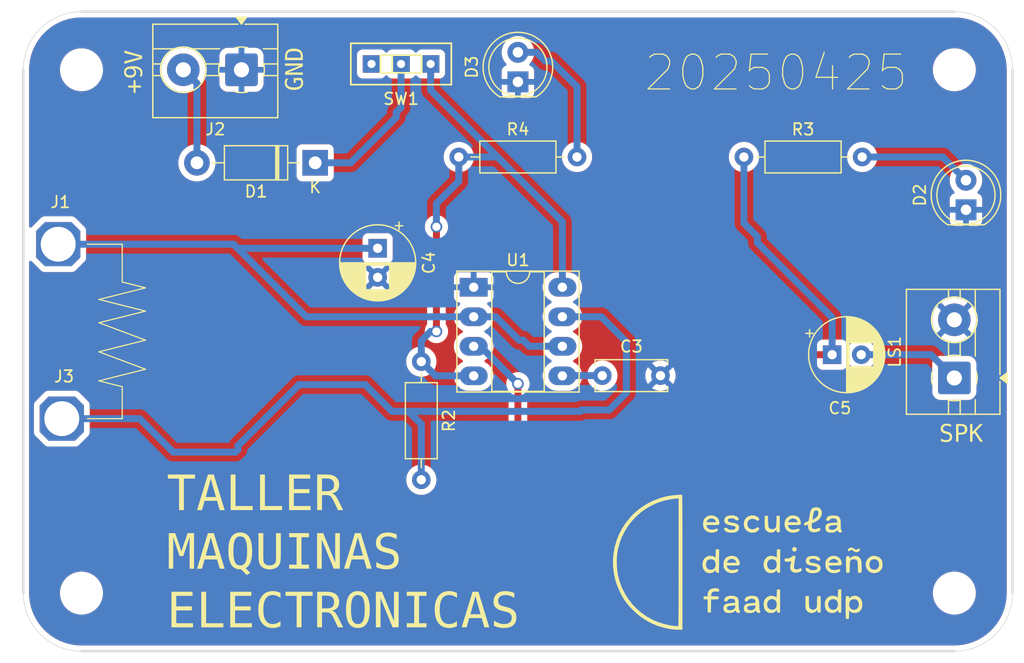
<source format=kicad_pcb>
(kicad_pcb (version 20240108) (generator "pcbnew") (generator_version "8.0")
  (layers (0 "F.Cu" signal) (31 "B.Cu" signal) (34 "B.Paste" user) (35 "F.Paste" user) (36 "B.SilkS" user "B.Silkscreen") (37 "F.SilkS" user "F.Silkscreen") (38 "B.Mask" user) (39 "F.Mask" user) (44 "Edge.Cuts" user))
  (net 0 "")
  (net 1 "Net-(U1-CV)")
  (net 2 "GND")
  (net 3 "Net-(J1-Pin_1)")
  (net 4 "Net-(U1-Q)")
  (net 5 "Net-(C5-Pad2)")
  (net 6 "Net-(D2-A)")
  (net 7 "Net-(D3-A)")
  (net 8 "VCC")
  (net 9 "Net-(J3-Pin_1)")
  (net 10 "Net-(D1-K)")
  (net 12 "+9V")
  (footprint "LED_THT:LED_D5.0mm" (layer "F.Cu") (at 131 67.04 90)
    (property "Reference" "D2" (at 1.27 -3.96 90) (layer "F.SilkS"))
    (property "Value" "LED")
    (pad "1" thru_hole rect (at 0 0 90) (size 1.8 1.8) (drill 0.9) (layers "*.Cu" "*.Mask") (net 2 "GND"))
    (pad "2" thru_hole circle (at 2.54 0 90) (size 1.8 1.8) (drill 0.9) (layers "*.Cu" "*.Mask") (net 6 "Net-(D2-A)"))
  )
  (footprint "modules_teee2025:caiman" (layer "F.Cu") (at 53.5 85)
    (property "Reference" "J3" (at 0 -3.63 0) (layer "F.SilkS"))
    (property "Value" "CAIMAN")
    (pad "1" thru_hole roundrect (at -0.19 0) (size 3.8 3.8) (drill 3) (layers "*.Cu" "*.Mask") (roundrect_rratio 0) (chamfer_ratio 0.2) (chamfer top_left top_right bottom_left bottom_right) (net 9 "Net-(J3-Pin_1)"))
  )
  (footprint "modules_teee2025:caiman" (layer "F.Cu") (at 53.19 70)
    (property "Reference" "J1" (at 0 -3.63 0) (layer "F.SilkS"))
    (property "Value" "CAIMAN")
    (pad "1" thru_hole roundrect (at -0.19 0) (size 3.8 3.8) (drill 3) (layers "*.Cu" "*.Mask") (roundrect_rratio 0) (chamfer_ratio 0.2) (chamfer top_left top_right bottom_left bottom_right) (net 3 "Net-(J1-Pin_1)"))
  )
  (footprint "TerminalBlock:TerminalBlock_MaiXu_MX126-5.0-02P_1x02_P5.00mm" (layer "F.Cu") (at 130 81.5 90)
    (property "Reference" "LS1" (at 2.25 -5.12 90) (layer "F.SilkS"))
    (property "Value" "SPK")
    (pad "1" thru_hole roundrect (at 0 0 90) (size 2.8 2.8) (drill 1.3) (layers "*.Cu" "*.Mask") (roundrect_rratio 0.089286) (net 5 "Net-(C5-Pad2)"))
    (pad "2" thru_hole circle (at 5 0 90) (size 2.8 2.8) (drill 1.3) (layers "*.Cu" "*.Mask") (net 2 "GND"))
  )
  (footprint "MountingHole:MountingHole_3.2mm_M3" (layer "F.Cu") (at 130 100)
    (property "Reference" "H4" (hide yes))
    (property "Value" "MountingHole")
    (pad "" np_thru_hole circle (at 0 0) (size 3.2 3.2) (drill 3.2) (layers "*.Cu" "*.Mask"))
  )
  (footprint "LED_THT:LED_D5.0mm" (layer "F.Cu") (at 92.5 56.04 90)
    (property "Reference" "D3" (at 1.27 -3.96 90) (layer "F.SilkS"))
    (property "Value" "LED")
    (pad "1" thru_hole rect (at 0 0 90) (size 1.8 1.8) (drill 0.9) (layers "*.Cu" "*.Mask") (net 2 "GND"))
    (pad "2" thru_hole circle (at 2.54 0 90) (size 1.8 1.8) (drill 0.9) (layers "*.Cu" "*.Mask") (net 7 "Net-(D3-A)"))
  )
  (footprint "Diode_THT:D_DO-41_SOD81_P10.16mm_Horizontal" (layer "F.Cu") (at 75.08 63 180)
    (property "Reference" "D1" (at 5.08 -2.47 0) (layer "F.SilkS"))
    (property "Value" "1n4007")
    (fp_text user "K" (at 0 -2.1 0) (layer "F.SilkS"))
    (pad "1" thru_hole rect (at 0 0 180) (size 2.2 2.2) (drill 1.1) (layers "*.Cu" "*.Mask") (net 10 "Net-(D1-K)"))
    (pad "2" thru_hole oval (at 10.16 0 180) (size 2.2 2.2) (drill 1.1) (layers "*.Cu" "*.Mask") (net 12 "+9V"))
  )
  (footprint "Package_DIP:DIP-8_W7.62mm_Socket_LongPads" (layer "F.Cu") (at 88.7 73.7)
    (property "Reference" "U1" (at 3.81 -2.33 0) (layer "F.SilkS"))
    (property "Value" "~")
    (pad "1" thru_hole rect (at 0 0) (size 2.4 1.6) (drill 0.8) (layers "*.Cu" "*.Mask") (net 2 "GND"))
    (pad "2" thru_hole oval (at 0 2.54) (size 2.4 1.6) (drill 0.8) (layers "*.Cu" "*.Mask") (net 3 "Net-(J1-Pin_1)"))
    (pad "3" thru_hole oval (at 0 5.08) (size 2.4 1.6) (drill 0.8) (layers "*.Cu" "*.Mask") (net 4 "Net-(U1-Q)"))
    (pad "4" thru_hole oval (at 0 7.62) (size 2.4 1.6) (drill 0.8) (layers "*.Cu" "*.Mask") (net 8 "VCC"))
    (pad "5" thru_hole oval (at 7.62 7.62) (size 2.4 1.6) (drill 0.8) (layers "*.Cu" "*.Mask") (net 1 "Net-(U1-CV)"))
    (pad "6" thru_hole oval (at 7.62 5.08) (size 2.4 1.6) (drill 0.8) (layers "*.Cu" "*.Mask") (net 3 "Net-(J1-Pin_1)"))
    (pad "7" thru_hole oval (at 7.62 2.54) (size 2.4 1.6) (drill 0.8) (layers "*.Cu" "*.Mask") (net 9 "Net-(J3-Pin_1)"))
    (pad "8" thru_hole oval (at 7.62 0) (size 2.4 1.6) (drill 0.8) (layers "*.Cu" "*.Mask") (net 8 "VCC"))
  )
  (footprint "Capacitor_THT:CP_Radial_D6.3mm_P2.50mm" (layer "F.Cu") (at 80.45 70.35 -90)
    (property "Reference" "C4" (at 1.25 -4.4 90) (layer "F.SilkS"))
    (property "Value" "1u")
    (pad "1" thru_hole rect (at 0 0 270) (size 1.6 1.6) (drill 0.8) (layers "*.Cu" "*.Mask") (net 3 "Net-(J1-Pin_1)"))
    (pad "2" thru_hole circle (at 2.5 0 270) (size 1.6 1.6) (drill 0.8) (layers "*.Cu" "*.Mask") (net 2 "GND"))
  )
  (footprint "modules_teee2025:SPDT_PCB_small_P2.5mm" (layer "F.Cu") (at 82.46 54.5)
    (property "Reference" "SW1" (at 0 3 0) (layer "F.SilkS"))
    (property "Value" "SW_SPDT")
    (pad "1" thru_hole rect (at -2.54 0) (size 1.5 1.5) (drill oval 0.7) (layers "*.Cu" "*.Mask"))
    (pad "2" thru_hole rect (at 0 0) (size 1.5 1.5) (drill oval 0.7) (layers "*.Cu" "*.Mask") (net 10 "Net-(D1-K)"))
    (pad "3" thru_hole rect (at 2.54 0) (size 1.5 1.5) (drill oval 0.7) (layers "*.Cu" "*.Mask") (net 8 "VCC"))
  )
  (footprint "teee_logos:disudp_logo_25mm" (layer "F.Cu") (at 112.252914 97.328999)
    (property "Reference" "G***" (hide yes))
    (property "Value" "LOGO" (hide yes))
  )
  (footprint "Resistor_THT:R_Axial_DIN0207_L6.3mm_D2.5mm_P10.16mm_Horizontal" (layer "F.Cu") (at 84.2 80.095 -90)
    (property "Reference" "R2" (at 5.08 -2.37 90) (layer "F.SilkS"))
    (property "Value" "1k")
    (pad "1" thru_hole circle (at 0 0 270) (size 1.6 1.6) (drill 0.8) (layers "*.Cu" "*.Mask") (net 8 "VCC"))
    (pad "2" thru_hole oval (at 10.16 0 270) (size 1.6 1.6) (drill 0.8) (layers "*.Cu" "*.Mask") (net 9 "Net-(J3-Pin_1)"))
  )
  (footprint "MountingHole:MountingHole_3.2mm_M3" (layer "F.Cu") (at 130 55)
    (property "Reference" "H2" (hide yes))
    (property "Value" "MountingHole")
    (pad "" np_thru_hole circle (at 0 0) (size 3.2 3.2) (drill 3.2) (layers "*.Cu" "*.Mask"))
  )
  (footprint "MountingHole:MountingHole_3.2mm_M3" (layer "F.Cu") (at 55 55)
    (property "Reference" "H1" (hide yes))
    (property "Value" "MountingHole")
    (pad "" np_thru_hole circle (at 0 0) (size 3.2 3.2) (drill 3.2) (layers "*.Cu" "*.Mask"))
  )
  (footprint "TerminalBlock:TerminalBlock_MaiXu_MX126-5.0-02P_1x02_P5.00mm" (layer "F.Cu") (at 68.75 55 180)
    (property "Reference" "J2" (at 2.25 -5.12 0) (layer "F.SilkS"))
    (property "Value" "TBLOCK_2")
    (pad "1" thru_hole roundrect (at 0 0 180) (size 2.8 2.8) (drill 1.3) (layers "*.Cu" "*.Mask") (roundrect_rratio 0.089286) (net 2 "GND"))
    (pad "2" thru_hole circle (at 5 0 180) (size 2.8 2.8) (drill 1.3) (layers "*.Cu" "*.Mask") (net 12 "+9V"))
  )
  (footprint "Resistor_THT:R_Axial_DIN0207_L6.3mm_D2.5mm_P10.16mm_Horizontal" (layer "F.Cu") (at 87.42 62.5)
    (property "Reference" "R4" (at 5.08 -2.37 0) (layer "F.SilkS"))
    (property "Value" "1k")
    (pad "1" thru_hole circle (at 0 0) (size 1.6 1.6) (drill 0.8) (layers "*.Cu" "*.Mask") (net 8 "VCC"))
    (pad "2" thru_hole oval (at 10.16 0) (size 1.6 1.6) (drill 0.8) (layers "*.Cu" "*.Mask") (net 7 "Net-(D3-A)"))
  )
  (footprint "Capacitor_THT:C_Disc_D6.0mm_W2.5mm_P5.00mm" (layer "F.Cu") (at 99.75 81.3)
    (property "Reference" "C3" (at 2.5 -2.5 0) (layer "F.SilkS"))
    (property "Value" "100n")
    (pad "1" thru_hole circle (at 0 0) (size 1.6 1.6) (drill 0.8) (layers "*.Cu" "*.Mask") (net 1 "Net-(U1-CV)"))
    (pad "2" thru_hole circle (at 5 0) (size 1.6 1.6) (drill 0.8) (layers "*.Cu" "*.Mask") (net 2 "GND"))
  )
  (footprint "Capacitor_THT:CP_Radial_D6.3mm_P2.50mm" (layer "F.Cu") (at 119.5 79.5)
    (property "Reference" "C5" (at 0.664759 4.6 0) (layer "F.SilkS"))
    (property "Value" "47u")
    (pad "1" thru_hole rect (at 0 0) (size 1.6 1.6) (drill 0.8) (layers "*.Cu" "*.Mask") (net 4 "Net-(U1-Q)"))
    (pad "2" thru_hole circle (at 2.5 0) (size 1.6 1.6) (drill 0.8) (layers "*.Cu" "*.Mask") (net 5 "Net-(C5-Pad2)"))
  )
  (footprint "MountingHole:MountingHole_3.2mm_M3" (layer "F.Cu") (at 55 100)
    (property "Reference" "H3" (hide yes))
    (property "Value" "MountingHole")
    (pad "" np_thru_hole circle (at 0 0) (size 3.2 3.2) (drill 3.2) (layers "*.Cu" "*.Mask"))
  )
  (footprint "Resistor_THT:R_Axial_DIN0207_L6.3mm_D2.5mm_P10.16mm_Horizontal" (layer "F.Cu") (at 111.92 62.5)
    (property "Reference" "R3" (at 5.08 -2.37 0) (layer "F.SilkS"))
    (property "Value" "1k")
    (pad "1" thru_hole circle (at 0 0) (size 1.6 1.6) (drill 0.8) (layers "*.Cu" "*.Mask") (net 4 "Net-(U1-Q)"))
    (pad "2" thru_hole oval (at 10.16 0) (size 1.6 1.6) (drill 0.8) (layers "*.Cu" "*.Mask") (net 6 "Net-(D2-A)"))
  )
  (gr_poly (pts (xy 101.836913 70.083302) (xy 101.861444 70.085361) (xy 101.873447 70.087139) (xy 101.885223 70.089416) (xy 101.896731 70.092194) (xy 101.907932 70.095475) (xy 101.918787 70.099258) (xy 101.929256 70.103546) (xy 101.939299 70.108338) (xy 101.948877 70.113637) (xy 101.95795 70.119444) (xy 101.966478 70.125758) (xy 101.974421 70.132582) (xy 101.981741 70.139917) (xy 101.998467 70.159883) (xy 102.014492 70.181995) (xy 102.029785 70.206131) (xy 102.044315 70.232166) (xy 102.058052 70.259978) (xy 102.070964 70.289443) (xy 102.08302 70.320438) (xy 102.094189 70.352841) (xy 102.104441 70.386527) (xy 102.113744 70.421373) (xy 102.122067 70.457257) (xy 102.129379 70.494054) (xy 102.135649 70.531642) (xy 102.140847 70.569897) (xy 102.144941 70.608697) (xy 102.1479 70.647917) (xy 102.149078 70.678113) (xy 102.150459 70.705307) (xy 102.152081 70.729661) (xy 102.152995 70.740824) (xy 102.153985 70.751337) (xy 102.155056 70.76122) (xy 102.156212 70.770494) (xy 102.157459 70.779179) (xy 102.158801 70.787295) (xy 102.160245 70.794862) (xy 102.161794 70.801901) (xy 102.163454 70.808431) (xy 102.16523 70.814473) (xy 102.167127 70.820046) (xy 102.169149 70.825172) (xy 102.171303 70.82987) (xy 102.173593 70.834159) (xy 102.176024 70.838062) (xy 102.178601 70.841597) (xy 102.181329 70.844784) (xy 102.184214 70.847645) (xy 102.187259 70.850199) (xy 102.190471 70.852465) (xy 102.193854 70.854466) (xy 102.197414 70.856219) (xy 102.201155 70.857746) (xy 102.205082 70.859068) (xy 102.209201 70.860203) (xy 102.213516 70.861172) (xy 102.221016 70.86195) (xy 102.228248 70.861887) (xy 102.231769 70.861534) (xy 102.235229 70.860962) (xy 102.23863 70.86017) (xy 102.241975 70.859154) (xy 102.245266 70.857912) (xy 102.248505 70.856441) (xy 102.251694 70.854737) (xy 102.254835 70.8528) (xy 102.25793 70.850625) (xy 102.260981 70.848211) (xy 102.266962 70.842651) (xy 102.272794 70.836099) (xy 102.278494 70.828533) (xy 102.28408 70.819931) (xy 102.289567 70.810273) (xy 102.294975 70.799535) (xy 102.300318 70.787696) (xy 102.305615 70.774735) (xy 102.310883 70.76063) (xy 102.321022 70.73498) (xy 102.332542 70.709171) (xy 102.359435 70.65733) (xy 102.390993 70.605617) (xy 102.426646 70.554544) (xy 102.465825 70.504622) (xy 102.507959 70.45636) (xy 102.552479 70.410271) (xy 102.598816 70.366864) (xy 102.646398 70.326651) (xy 102.694658 70.290142) (xy 102.743024 70.257848) (xy 102.790928 70.230281) (xy 102.837799 70.20795) (xy 102.860669 70.198908) (xy 102.883068 70.191367) (xy 102.904924 70.185391) (xy 102.926165 70.181043) (xy 102.946721 70.178388) (xy 102.96652 70.177488) (xy 102.978554 70.177788) (xy 102.990538 70.178682) (xy 103.002456 70.180155) (xy 103.014296 70.182198) (xy 103.026044 70.184798) (xy 103.037686 70.187942) (xy 103.049208 70.19162) (xy 103.060596 70.195819) (xy 103.071837 70.200527) (xy 103.082917 70.205733) (xy 103.093823 70.211424) (xy 103.10454 70.217588) (xy 103.115054 70.224214) (xy 103.125353 70.23129) (xy 103.145246 70.246743) (xy 103.16411 70.263851) (xy 103.181835 70.28252) (xy 103.19831 70.302655) (xy 103.213426 70.324158) (xy 103.227072 70.346936) (xy 103.23331 70.358773) (xy 103.239138 70.370893) (xy 103.244545 70.383284) (xy 103.249515 70.395934) (xy 103.254035 70.408831) (xy 103.258091 70.421963) (xy 103.267533 70.459333) (xy 103.275245 70.497357) (xy 103.281266 70.535933) (xy 103.285634 70.574958) (xy 103.288387 70.614331) (xy 103.289562 70.653949) (xy 103.2892 70.693709) (xy 103.287336 70.73351) (xy 103.284009 70.773249) (xy 103.279258 70.812823) (xy 103.273121 70.852131) (xy 103.265635 70.891069) (xy 103.256838 70.929537) (xy 103.24677 70.967431) (xy 103.235467 71.004648) (xy 103.222968 71.041088) (xy 103.20931 71.076647) (xy 103.194533 71.111223) (xy 103.178674 71.144714) (xy 103.161771 71.177018) (xy 103.143863 71.208031) (xy 103.124986 71.237653) (xy 103.10518 71.26578) (xy 103.084483 71.29231) (xy 103.062932 71.317141) (xy 103.040566 71.34017) (xy 103.017422 71.361296) (xy 102.99354 71.380416) (xy 102.968956 71.397427) (xy 102.943709 71.412228) (xy 102.917837 71.424716) (xy 102.891379 71.434788) (xy 102.862103 71.443718) (xy 102.836464 71.451755) (xy 102.814277 71.459047) (xy 102.804421 71.462461) (xy 102.79536 71.465745) (xy 102.787069 71.468917) (xy 102.779527 71.471995) (xy 102.77271 71.475) (xy 102.766595 71.477949) (xy 102.76116 71.48086) (xy 102.756382 71.483753) (xy 102.752237 71.486646) (xy 102.748702 71.489557) (xy 102.745755 71.492506) (xy 102.743373 71.49551) (xy 102.741532 71.498589) (xy 102.74021 71.501761) (xy 102.739383 71.505045) (xy 102.739029 71.508458) (xy 102.739125 71.512021) (xy 102.739648 71.515751) (xy 102.740575 71.519667) (xy 102.741883 71.523788) (xy 102.743548 71.528131) (xy 102.745549 71.532717) (xy 102.750463 71.542689) (xy 102.756441 71.553851) (xy 102.769577 71.572643) (xy 102.79185 71.595669) (xy 102.822265 71.622314) (xy 102.859827 71.651962) (xy 102.903541 71.683997) (xy 102.95241 71.717804) (xy 103.061638 71.788272) (xy 103.179547 71.858442) (xy 103.298175 71.923391) (xy 103.355271 71.952369) (xy 103.409561 71.978195) (xy 103.460049 72.000254) (xy 103.505741 72.01793) (xy 103.58921 72.045667) (xy 103.676307 72.068751) (xy 103.76704 72.08718) (xy 103.861415 72.100951) (xy 103.95944 72.110061) (xy 104.061121 72.11451) (xy 104.166466 72.114293) (xy 104.27548 72.109409) (xy 104.388172 72.099856) (xy 104.504548 72.085631) (xy 104.624616 72.066732) (xy 104.748381 72.043156) (xy 104.875852 72.014902) (xy 105.007035 71.981966) (xy 105.141938 71.944347) (xy 105.280566 71.902043) (xy 105.362326 71.876984) (xy 105.439693 71.85477) (xy 105.513211 71.835366) (xy 105.583423 71.81874) (xy 105.650872 71.804857) (xy 105.716102 71.793686) (xy 105.779656 71.785191) (xy 105.842078 71.779341) (xy 105.90391 71.776102) (xy 105.965697 71.77544) (xy 106.027981 71.777322) (xy 106.091307 71.781714) (xy 106.156217 71.788584) (xy 106.223254 71.797898) (xy 106.292963 71.809623) (xy 106.365886 71.823725) (xy 106.44878 71.835946) (xy 106.568359 71.846976) (xy 106.947838 71.866456) (xy 107.564847 71.88415) (xy 108.479908 71.902043) (xy 109.28883 71.915207) (xy 109.618526 71.922206) (xy 109.905019 71.930468) (xy 110.153288 71.940734) (xy 110.368313 71.953741) (xy 110.555072 71.970231) (xy 110.639409 71.980013) (xy 110.718547 71.990942) (xy 110.793108 72.003112) (xy 110.863715 72.016614) (xy 110.930991 72.031542) (xy 110.995557 72.047987) (xy 111.058037 72.066042) (xy 111.119052 72.085799) (xy 111.179226 72.107351) (xy 111.23918 72.130791) (xy 111.360921 72.183702) (xy 111.489253 72.245271) (xy 111.785611 72.397342) (xy 111.915586 72.466663) (xy 112.042033 72.537002) (xy 112.164719 72.608197) (xy 112.283417 72.68009) (xy 112.397894 72.752519) (xy 112.507921 72.825325) (xy 112.613268 72.898345) (xy 112.713704 72.971421) (xy 112.808999 73.044392) (xy 112.898924 73.117096) (xy 112.983247 73.189374) (xy 113.061739 73.261066) (xy 113.134169 73.33201) (xy 113.200307 73.402046) (xy 113.259924 73.471015) (xy 113.312788 73.538754) (xy 113.331875 73.565631) (xy 113.349321 73.591071) (xy 113.365236 73.615337) (xy 113.379728 73.638693) (xy 113.392905 73.6614) (xy 113.404875 73.683722) (xy 113.415748 73.705922) (xy 113.425632 73.728262) (xy 113.434636 73.751005) (xy 113.442867 73.774414) (xy 113.450435 73.798752) (xy 113.457448 73.824281) (xy 113.464014 73.851264) (xy 113.470243 73.879964) (xy 113.476241 73.910644) (xy 113.482119 73.943566) (xy 113.489095 73.988314) (xy 113.49474 74.033088) (xy 113.49905 74.077925) (xy 113.502021 74.122863) (xy 113.50365 74.167941) (xy 113.503932 74.213197) (xy 113.502864 74.258668) (xy 113.500442 74.304392) (xy 113.496662 74.350408) (xy 113.49152 74.396754) (xy 113.485012 74.443466) (xy 113.477134 74.490584) (xy 113.467883 74.538146) (xy 113.457254 74.586189) (xy 113.445244 74.634751) (xy 113.431849 74.68387) (xy 113.424469 74.710981) (xy 113.417728 74.73486) (xy 113.411509 74.755649) (xy 113.408559 74.764929) (xy 113.405696 74.77349) (xy 113.402905 74.78135) (xy 113.400172 74.788525) (xy 113.397481 74.795035) (xy 113.394818 74.800896) (xy 113.392169 74.806127) (xy 113.389519 74.810745) (xy 113.386854 74.814768) (xy 113.384158 74.818213) (xy 113.381417 74.821099) (xy 113.378616 74.823443) (xy 113.375741 74.825262) (xy 113.372778 74.826575) (xy 113.36971 74.8274) (xy 113.366525 74.827753) (xy 113.363207 74.827653) (xy 113.359742 74.827118) (xy 113.356114 74.826165) (xy 113.35231 74.824811) (xy 113.348315 74.823076) (xy 113.344114 74.820975) (xy 113.339692 74.818528) (xy 113.335035 74.815752) (xy 113.324957 74.809283) (xy 113.315184 74.803878) (xy 113.305588 74.799403) (xy 113.295983 74.79591) (xy 113.286187 74.793449) (xy 113.276016 74.79207) (xy 113.265286 74.791824) (xy 113.253814 74.79276) (xy 113.241415 74.794929) (xy 113.227906 74.798383) (xy 113.213104 74.80317) (xy 113.196824 74.809341) (xy 113.178882 74.816948) (xy 113.159097 74.826039) (xy 113.137282 74.836667) (xy 113.086833 74.862729) (xy 113.017325 74.902655) (xy 112.948998 74.948969) (xy 112.882305 75.001016) (xy 112.817694 75.058141) (xy 112.755616 75.119686) (xy 112.696522 75.184998) (xy 112.640862 75.253419) (xy 112.589086 75.324295) (xy 112.541644 75.396969) (xy 112.498988 75.470785) (xy 112.461567 75.545088) (xy 112.429831 75.619222) (xy 112.404232 75.692532) (xy 112.385219 75.76436) (xy 112.373243 75.834053) (xy 112.370034 75.867893) (xy 112.368753 75.900953) (xy 112.368753 76.057587) (xy 112.635453 76.057587) (xy 112.689737 76.058847) (xy 112.715693 76.059975) (xy 112.740859 76.061437) (xy 112.765231 76.063233) (xy 112.788809 76.065362) (xy 112.811591 76.067827) (xy 112.833576 76.070626) (xy 112.854763 76.073762) (xy 112.87515 76.077233) (xy 112.894736 76.081041) (xy 112.91352 76.085186) (xy 112.9315 76.089668) (xy 112.948674 76.094489) (xy 112.965042 76.099648) (xy 112.980602 76.105146) (xy 112.995353 76.110984) (xy 113.009293 76.117162) (xy 113.022422 76.12368) (xy 113.034737 76.130539) (xy 113.046237 76.13774) (xy 113.056921 76.145282) (xy 113.066788 76.153167) (xy 113.075836 76.161395) (xy 113.084064 76.169966) (xy 113.091471 76.178881) (xy 113.098054 76.188141) (xy 113.103814 76.197745) (xy 113.108748 76.207695) (xy 113.112855 76.21799) (xy 113.116134 76.228632) (xy 113.118583 76.23962) (xy 113.122268 76.262899) (xy 113.126139 76.303113) (xy 113.134192 76.425689) (xy 113.142246 76.590037) (xy 113.149803 76.778841) (xy 113.159081 76.974207) (xy 113.174715 77.188053) (xy 113.19567 77.412068) (xy 113.22091 77.637944) (xy 113.249399 77.85737) (xy 113.280102 78.062038) (xy 113.311983 78.243637) (xy 113.344006 78.393859) (xy 113.358408 78.455462) (xy 113.371061 78.512233) (xy 113.38198 78.564399) (xy 113.391177 78.612189) (xy 113.398666 78.65583) (xy 113.40446 78.695551) (xy 113.408571 78.731579) (xy 113.411013 78.764142) (xy 113.411613 78.779196) (xy 113.4118 78.793468) (xy 113.411577 78.806989) (xy 113.410944 78.819785) (xy 113.409904 78.831886) (xy 113.408459 78.843321) (xy 113.406609 78.854117) (xy 113.404357 78.864303) (xy 113.401705 78.873908) (xy 113.398653 78.88296) (xy 113.395204 78.891488) (xy 113.391359 78.899519) (xy 113.387119 78.907084) (xy 113.382488 78.914209) (xy 113.377465 78.920924) (xy 113.372053 78.927257) (xy 113.365337 78.934944) (xy 113.359279 78.942766) (xy 113.353881 78.950781) (xy 113.349141 78.959049) (xy 113.345063 78.967631) (xy 113.341645 78.976585) (xy 113.33889 78.985972) (xy 113.336797 78.995851) (xy 113.335367 79.006282) (xy 113.334602 79.017325) (xy 113.334503 79.029039) (xy 113.335068 79.041484) (xy 113.336301 79.054719) (xy 113.338201 79.068805) (xy 113.340769 79.083801) (xy 113.344006 79.099767) (xy 113.365704 79.215654) (xy 113.149275 79.193958) (xy 113.10538 79.189088) (xy 113.063624 79.184069) (xy 113.024956 79.179001) (xy 112.990326 79.173982) (xy 112.960681 79.169112) (xy 112.936971 79.16449) (xy 112.927638 79.162303) (xy 112.920144 79.160216) (xy 112.914608 79.15824) (xy 112.911149 79.156388) (xy 112.906935 79.153483) (xy 112.903118 79.149563) (xy 112.899695 79.144677) (xy 112.896659 79.138874) (xy 112.891732 79.124712) (xy 112.888297 79.107464) (xy 112.886312 79.087523) (xy 112.885738 79.065277) (xy 112.886534 79.041116) (xy 112.888661 79.015431) (xy 112.892077 78.98861) (xy 112.896743 78.961045) (xy 112.902618 78.933125) (xy 112.909662 78.90524) (xy 112.917835 78.877779) (xy 112.927096 78.851133) (xy 112.937404 78.825692) (xy 112.948721 78.801845) (xy 112.961448 78.775688) (xy 112.97265 78.748835) (xy 112.982341 78.721021) (xy 112.990533 78.691985) (xy 112.997241 78.661465) (xy 113.002476 78.629196) (xy 113.006252 78.594916) (xy 113.008583 78.558363) (xy 113.009481 78.519274) (xy 113.00896 78.477385) (xy 113.007033 78.432435) (xy 113.003713 78.38416) (xy 112.992947 78.276585) (xy 112.976767 78.152559) (xy 112.955516 78.022249) (xy 112.926124 77.874358) (xy 112.890716 77.716855) (xy 112.851421 77.557709) (xy 112.810364 77.404888) (xy 112.769673 77.266361) (xy 112.731475 77.150097) (xy 112.713976 77.102803) (xy 112.697897 77.064063) (xy 112.682075 77.032555) (xy 112.666127 77.003767) (xy 112.649703 76.977477) (xy 112.632454 76.953467) (xy 112.614029 76.931515) (xy 112.59408 76.911402) (xy 112.572256 76.892908) (xy 112.548209 76.875812) (xy 112.521588 76.859894) (xy 112.492044 76.844934) (xy 112.459227 76.830712) (xy 112.422788 76.817008) (xy 112.382377 76.803602) (xy 112.337645 76.790273) (xy 112.288242 76.776801) (xy 112.233818 76.762967) (xy 112.176742 76.748646) (xy 112.126538 76.736258) (xy 112.082869 76.725827) (xy 112.045402 76.717376) (xy 112.028889 76.713899) (xy 112.013801 76.710927) (xy 112.000095 76.708461) (xy 111.987731 76.706505) (xy 111.976666 76.705061) (xy 111.966858 76.704132) (xy 111.958265 76.703721) (xy 111.950846 76.703832) (xy 111.944559 76.704466) (xy 111.939362 76.705628) (xy 111.937159 76.706407) (xy 111.935212 76.707319) (xy 111.933518 76.708364) (xy 111.932069 76.709543) (xy 111.930862 76.710856) (xy 111.92989 76.712303) (xy 111.929149 76.713884) (xy 111.928634 76.715601) (xy 111.928338 76.717453) (xy 111.928258 76.71944) (xy 111.928721 76.723824) (xy 111.92998 76.728755) (xy 111.931995 76.734237) (xy 111.934722 76.740271) (xy 111.938121 76.746862) (xy 111.94215 76.754011) (xy 111.946766 76.761722) (xy 111.957593 76.778841) (xy 111.962866 76.786801) (xy 111.967957 76.795343) (xy 111.972843 76.804377) (xy 111.977502 76.813816) (xy 111.981914 76.823571) (xy 111.986056 76.833555) (xy 111.989906 76.843677) (xy 111.993444 76.853851) (xy 111.996646 76.863988) (xy 111.999492 76.873999) (xy 112.00196 76.883796) (xy 112.004027 76.893291) (xy 112.005673 76.902395) (xy 112.006876 76.911019) (xy 112.007613 76.919077) (xy 112.007864 76.926479) (xy 112.005993 76.950409) (xy 112.00039 76.978717) (xy 111.991068 77.011367) (xy 111.97804 77.048319) (xy 111.96132 77.089539) (xy 111.940919 77.134987) (xy 111.889132 77.238423) (xy 111.822785 77.358329) (xy 111.741982 77.494407) (xy 111.646831 77.646361) (xy 111.537435 77.813892) (xy 111.425026 77.987663) (xy 111.373633 78.069683) (xy 111.325553 78.148275) (xy 111.280865 78.223302) (xy 111.239649 78.294625) (xy 111.201982 78.362106) (xy 111.167944 78.425608) (xy 111.137615 78.484992) (xy 111.111074 78.540121) (xy 111.088398 78.590856) (xy 111.069668 78.637059) (xy 111.054963 78.678594) (xy 111.044361 78.71532) (xy 111.037942 78.747102) (xy 111.036326 78.761094) (xy 111.035785 78.773799) (xy 111.035014 78.795391) (xy 111.032739 78.817743) (xy 111.029019 78.840773) (xy 111.023915 78.864399) (xy 111.017485 78.888538) (xy 111.009788 78.913108) (xy 111.000883 78.938025) (xy 110.990831 78.963208) (xy 110.967517 79.014041) (xy 110.940321 79.064945) (xy 110.909716 79.11526) (xy 110.876175 79.164325) (xy 110.840172 79.21148) (xy 110.802181 79.256065) (xy 110.762676 79.297419) (xy 110.722129 79.334882) (xy 110.701613 79.351948) (xy 110.681015 79.367793) (xy 110.660393 79.382336) (xy 110.639807 79.395492) (xy 110.619316 79.407181) (xy 110.59898 79.417319) (xy 110.578856 79.425824) (xy 110.559005 79.432613) (xy 110.535659 79.438969) (xy 110.510716 79.443977) (xy 110.484553 79.447677) (xy 110.457546 79.450108) (xy 110.430071 79.451311) (xy 110.402504 79.451327) (xy 110.37522 79.450196) (xy 110.348596 79.447958) (xy 110.323007 79.444653) (xy 110.29883 79.440322) (xy 110.276441 79.435005) (xy 110.256215 79.428743) (xy 110.238528 79.421575) (xy 110.230754 79.417664) (xy 110.223757 79.413542) (xy 110.217582 79.409214) (xy 110.212277 79.404685) (xy 110.207888 79.399959) (xy 110.204464 79.395043) (xy 110.20341 79.393364) (xy 110.202627 79.391313) (xy 110.201854 79.386141) (xy 110.202102 79.379624) (xy 110.203331 79.371858) (xy 110.2055 79.362938) (xy 110.208566 79.35296) (xy 110.21249 79.342022) (xy 110.21723 79.330219) (xy 110.222746 79.317646) (xy 110.228995 79.304401) (xy 110.235937 79.290579) (xy 110.243531 79.276277) (xy 110.251736 79.26159) (xy 110.260511 79.246615) (xy 110.269815 79.231447) (xy 110.279605 79.216184) (xy 110.302511 79.180012) (xy 110.323995 79.144546) (xy 110.34405 79.109824) (xy 110.362668 79.07588) (xy 110.379841 79.042751) (xy 110.395561 79.010475) (xy 110.409821 78.979087) (xy 110.422613 78.948623) (xy 110.433928 78.919121) (xy 110.443761 78.890616) (xy 110.452101 78.863146) (xy 110.458943 78.836746) (xy 110.464278 78.811453) (xy 110.468098 78.787303) (xy 110.470396 78.764332) (xy 110.471164 78.742578) (xy 110.471501 78.730886) (xy 110.472526 78.719409) (xy 110.474254 78.708127) (xy 110.476703 78.697021) (xy 110.47989 78.686069) (xy 110.483833 78.675253) (xy 110.488547 78.664551) (xy 110.49405 78.653943) (xy 110.50036 78.64341) (xy 110.507492 78.632932) (xy 110.515465 78.622487) (xy 110.524295 78.612056) (xy 110.534 78.601619) (xy 110.544596 78.591156) (xy 110.556101 78.580646) (xy 110.568531 78.57007) (xy 110.588471 78.553959) (xy 110.607896 78.538809) (xy 110.626341 78.524985) (xy 110.635051 78.518686) (xy 110.643342 78.512855) (xy 110.651155 78.507539) (xy 110.658432 78.502783) (xy 110.665116 78.498633) (xy 110.671148 78.495136) (xy 110.67647 78.492336) (xy 110.681023 78.490279) (xy 110.684751 78.489012) (xy 110.686286 78.488688) (xy 110.687593 78.488579) (xy 110.691935 78.486695) (xy 110.698418 78.481187) (xy 110.71726 78.460148) (xy 110.774608 78.383961) (xy 110.850858 78.27368) (xy 110.937227 78.142967) (xy 111.024936 78.005482) (xy 111.105204 77.874886) (xy 111.16925 77.764841) (xy 111.192445 77.721794) (xy 111.208292 77.689008) (xy 111.213582 77.675213) (xy 111.21891 77.659737) (xy 111.229534 77.624408) (xy 111.239872 77.584354) (xy 111.249634 77.540908) (xy 111.258527 77.495402) (xy 111.266261 77.449172) (xy 111.272544 77.403549) (xy 111.277084 77.359867) (xy 111.279664 77.32929) (xy 111.281624 77.30089) (xy 111.282929 77.274415) (xy 111.283541 77.24961) (xy 111.283425 77.226222) (xy 111.282544 77.203997) (xy 111.280861 77.182683) (xy 111.27834 77.162025) (xy 111.274945 77.14177) (xy 111.27064 77.121664) (xy 111.265387 77.101455) (xy 111.25915 77.080888) (xy 111.251893 77.059711) (xy 111.24358 77.03767) (xy 111.234173 77.01451) (xy 111.223638 76.98998) (xy 111.212634 76.965634) (xy 111.201715 76.943053) (xy 111.190677 76.922016) (xy 111.17932 76.902303) (xy 111.167442 76.883694) (xy 111.154842 76.865968) (xy 111.141318 76.848906) (xy 111.126668 76.832288) (xy 111.110692 76.815892) (xy 111.093186 76.7995) (xy 111.073951 76.782891) (xy 111.052784 76.765844) (xy 111.029483 76.74814) (xy 111.003848 76.729559) (xy 110.975677 76.70988) (xy 110.944767 76.688883) (xy 110.888009 76.647566) (xy 110.85922 76.624818) (xy 110.82993 76.600438) (xy 110.769159 76.546055) (xy 110.704327 76.482971) (xy 110.634062 76.409743) (xy 110.556995 76.324924) (xy 110.471755 76.22707) (xy 110.376971 76.114737) (xy 110.013434 75.68188) (xy 109.721863 75.694579) (xy 109.650308 75.695659) (xy 109.560286 75.694289) (xy 109.455405 75.6907) (xy 109.339276 75.68512) (xy 109.087707 75.668907) (xy 108.834451 75.647484) (xy 108.660531 75.631869) (xy 108.518522 75.620297) (xy 108.457783 75.616005) (xy 108.40298 75.612695) (xy 108.353433 75.610358) (xy 108.30846 75.608986) (xy 108.267382 75.608569) (xy 108.229517 75.609098) (xy 108.194186 75.610563) (xy 108.160707 75.612955) (xy 108.1284 75.616265) (xy 108.096585 75.620483) (xy 108.06458 75.625601) (xy 108.031706 75.631608) (xy 107.977886 75.640174) (xy 107.90545 75.649038) (xy 107.81756 75.657951) (xy 107.71738 75.666666) (xy 107.492798 75.682508) (xy 107.257005 75.694579) (xy 107.0869 75.701404) (xy 107.015196 75.704723) (xy 106.951453 75.708106) (xy 106.894969 75.71165) (xy 106.84504 75.715452) (xy 106.800963 75.719608) (xy 106.762036 75.724212) (xy 106.727555 75.729363) (xy 106.696817 75.735155) (xy 106.669119 75.741686) (xy 106.643759 75.74905) (xy 106.620032 75.757345) (xy 106.597237 75.766665) (xy 106.574669 75.777109) (xy 106.551626 75.788771) (xy 106.513511 75.809384) (xy 106.477882 75.830027) (xy 106.444647 75.850816) (xy 106.413712 75.871867) (xy 106.384985 75.893296) (xy 106.358373 75.915219) (xy 106.333782 75.937753) (xy 106.31112 75.961015) (xy 106.290293 75.98512) (xy 106.271209 76.010184) (xy 106.253775 76.036324) (xy 106.237897 76.063657) (xy 106.223482 76.092298) (xy 106.210438 76.122363) (xy 106.198671 76.15397) (xy 106.188089 76.187234) (xy 106.182904 76.204156) (xy 106.176924 76.221882) (xy 106.170219 76.240258) (xy 106.162863 76.259134) (xy 106.154926 76.278357) (xy 106.146482 76.297776) (xy 106.12836 76.336591) (xy 106.109071 76.374364) (xy 106.099169 76.39248) (xy 106.089193 76.40988) (xy 106.079213 76.426412) (xy 106.069303 76.441924) (xy 106.059533 76.456264) (xy 106.049977 76.46928) (xy 106.03068 76.495651) (xy 106.01385 76.519616) (xy 105.999457 76.541498) (xy 105.987477 76.561619) (xy 105.982382 76.571119) (xy 105.977881 76.580301) (xy 105.973968 76.589203) (xy 105.970642 76.597866) (xy 105.967898 76.606332) (xy 105.965733 76.614639) (xy 105.964144 76.622828) (xy 105.963127 76.630939) (xy 105.962679 76.639014) (xy 105.962797 76.647091) (xy 105.963477 76.655212) (xy 105.964715 76.663417) (xy 105.966509 76.671746) (xy 105.968855 76.680239) (xy 105.97175 76.688936) (xy 105.97519 76.697879) (xy 105.979172 76.707107) (xy 105.983692 76.71666) (xy 105.994334 76.736905) (xy 106.007089 76.758936) (xy 106.02193 76.783075) (xy 106.087547 76.889968) (xy 106.341547 76.886791) (xy 106.395148 76.887379) (xy 106.448985 76.889114) (xy 106.501556 76.891954) (xy 106.551362 76.895853) (xy 106.596901 76.90077) (xy 106.617602 76.903596) (xy 106.636674 76.90666) (xy 106.653928 76.909957) (xy 106.669178 76.91348) (xy 106.682236 76.917226) (xy 106.692914 76.921187) (xy 106.715185 76.930025) (xy 106.739418 76.941042) (xy 106.765143 76.953909) (xy 106.791893 76.9683) (xy 106.819197 76.983888) (xy 106.846588 77.000346) (xy 106.873596 77.017346) (xy 106.899751 77.034562) (xy 106.924586 77.051666) (xy 106.947632 77.068331) (xy 106.968418 77.08423) (xy 106.986477 77.099037) (xy 107.001339 77.112424) (xy 107.012535 77.124063) (xy 107.016612 77.129125) (xy 107.019597 77.133628) (xy 107.02143 77.13753) (xy 107.022055 77.140792) (xy 107.021781 77.142008) (xy 107.020969 77.143274) (xy 107.017781 77.145941) (xy 107.012598 77.148765) (xy 107.005527 77.151722) (xy 106.996672 77.154784) (xy 106.986141 77.157925) (xy 106.960473 77.16434) (xy 106.929374 77.170754) (xy 106.893691 77.176957) (xy 106.854276 77.182739) (xy 106.811976 77.187888) (xy 106.787881 77.19052) (xy 106.763879 77.193637) (xy 106.740061 77.197219) (xy 106.71652 77.201241) (xy 106.693347 77.205682) (xy 106.670636 77.210519) (xy 106.648478 77.21573) (xy 106.626967 77.221292) (xy 106.606192 77.227182) (xy 106.586249 77.233379) (xy 106.567227 77.239859) (xy 106.54922 77.246601) (xy 106.532321 77.253581) (xy 106.51662 77.260778) (xy 106.502211 77.268168) (xy 106.489185 77.27573) (xy 106.47541 77.28414) (xy 106.461261 77.291919) (xy 106.446725 77.299077) (xy 106.431787 77.305627) (xy 106.416434 77.311583) (xy 106.400651 77.316955) (xy 106.384425 77.321756) (xy 106.367741 77.326) (xy 106.350587 77.329698) (xy 106.332947 77.332863) (xy 106.314807 77.335506) (xy 106.296155 77.337641) (xy 106.276976 77.339281) (xy 106.257255 77.340436) (xy 106.236979 77.34112) (xy 106.216135 77.341345) (xy 106.191304 77.341146) (xy 106.168446 77.340492) (xy 106.147327 77.339301) (xy 106.127714 77.337492) (xy 106.109373 77.334983) (xy 106.092068 77.33169) (xy 106.075566 77.327532) (xy 106.059634 77.322428) (xy 106.044036 77.316293) (xy 106.028539 77.309047) (xy 106.012909 77.300608) (xy 105.996911 77.290892) (xy 105.980312 77.279819) (xy 105.962877 77.267305) (xy 105.944373 77.253269) (xy 105.924564 77.237628) (xy 105.910597 77.226808) (xy 105.896911 77.216597) (xy 105.883567 77.207033) (xy 105.870622 77.198157) (xy 105.858137 77.190005) (xy 105.846169 77.182619) (xy 105.834778 77.176035) (xy 105.824023 77.170293) (xy 105.813962 77.165431) (xy 105.804654 77.161489) (xy 105.796159 77.158505) (xy 105.792235 77.157384) (xy 105.788535 77.156517) (xy 105.785069 77.15591) (xy 105.781842 77.155566) (xy 105.778862 77.15549) (xy 105.776137 77.155688) (xy 105.773674 77.156164) (xy 105.771481 77.156924) (xy 105.769564 77.157971) (xy 105.767931 77.159311) (xy 105.764378 77.164181) (xy 105.759721 77.172894) (xy 105.747393 77.201) (xy 105.731542 77.24193) (xy 105.712765 77.293985) (xy 105.691656 77.355466) (xy 105.668811 77.424673) (xy 105.620293 77.57947) (xy 105.582811 77.706907) (xy 105.55409 77.811072) (xy 105.542637 77.857433) (xy 105.532922 77.901582) (xy 105.524793 77.944721) (xy 105.518098 77.988054) (xy 105.512687 78.032782) (xy 105.508409 78.080107) (xy 105.505112 78.131232) (xy 105.502645 78.18736) (xy 105.499597 78.319429) (xy 105.498056 78.485933) (xy 105.496532 78.623347) (xy 105.495478 78.682717) (xy 105.494195 78.73623) (xy 105.492654 78.784161) (xy 105.490829 78.826787) (xy 105.488692 78.864385) (xy 105.486216 78.897229) (xy 105.483374 78.925595) (xy 105.48014 78.949761) (xy 105.478366 78.960354) (xy 105.476485 78.970001) (xy 105.474492 78.978735) (xy 105.472383 78.986591) (xy 105.470156 78.993605) (xy 105.467807 78.999809) (xy 105.465332 79.005238) (xy 105.462729 79.009928) (xy 105.459993 79.013913) (xy 105.457122 79.017226) (xy 105.454112 79.019904) (xy 105.45096 79.021979) (xy 105.436382 79.02784) (xy 105.412521 79.03563) (xy 105.380611 79.044945) (xy 105.341886 79.055383) (xy 105.297579 79.06654) (xy 105.248926 79.078013) (xy 105.19716 79.0894) (xy 105.143514 79.100296) (xy 105.104847 79.108054) (xy 105.069873 79.114856) (xy 105.03839 79.120704) (xy 105.010197 79.125596) (xy 104.985092 79.129534) (xy 104.973635 79.131145) (xy 104.962874 79.132517) (xy 104.952784 79.13365) (xy 104.943341 79.134544) (xy 104.934518 79.1352) (xy 104.926291 79.135617) (xy 104.918635 79.135795) (xy 104.911523 79.135735) (xy 104.904932 79.135436) (xy 104.898836 79.134898) (xy 104.89321 79.134121) (xy 104.888028 79.133106) (xy 104.883266 79.131852) (xy 104.878897 79.130359) (xy 104.874898 79.128627) (xy 104.871243 79.126657) (xy 104.867906 79.124448) (xy 104.864862 79.122) (xy 104.862087 79.119313) (xy 104.859555 79.116388) (xy 104.85724 79.113224) (xy 104.855118 79.109821) (xy 104.851527 79.103875) (xy 104.848392 79.097749) (xy 104.845711 79.091448) (xy 104.84348 79.084979) (xy 104.841696 79.078347) (xy 104.840358 79.071558) (xy 104.839461 79.064618) (xy 104.839003 79.057532) (xy 104.838982 79.050307) (xy 104.839395 79.042949) (xy 104.840238 79.035462) (xy 104.84151 79.027854) (xy 104.843206 79.020129) (xy 104.845325 79.012293) (xy 104.850819 78.996315) (xy 104.857968 78.979964) (xy 104.866751 78.963287) (xy 104.877144 78.946332) (xy 104.889125 78.929144) (xy 104.902673 78.91177) (xy 104.917763 78.894256) (xy 104.934375 78.87665) (xy 104.952485 78.858997) (xy 104.961933 78.850514) (xy 104.971389 78.84159) (xy 104.980801 78.832302) (xy 104.990114 78.822731) (xy 104.999275 78.812956) (xy 105.00823 78.803055) (xy 105.016927 78.793107) (xy 105.025311 78.783192) (xy 105.03333 78.773389) (xy 105.040929 78.763777) (xy 105.048055 78.754434) (xy 105.054655 78.74544) (xy 105.060675 78.736873) (xy 105.066062 78.728814) (xy 105.070762 78.721341) (xy 105.074722 78.714533) (xy 105.082957 78.696787) (xy 105.091186 78.674116) (xy 105.107613 78.614041) (xy 105.123966 78.534395) (xy 105.140207 78.435265) (xy 105.156299 78.316738) (xy 105.172205 78.1789) (xy 105.187888 78.021839) (xy 105.20331 77.845641) (xy 105.212711 77.757295) (xy 105.224344 77.663244) (xy 105.237764 77.566365) (xy 105.252523 77.469536) (xy 105.268174 77.375634) (xy 105.284273 77.287536) (xy 105.300371 77.20812) (xy 105.316023 77.140262) (xy 105.324037 77.10966) (xy 105.331593 77.079103) (xy 105.345235 77.018893) (xy 105.356755 76.961175) (xy 105.365963 76.907495) (xy 105.372665 76.859395) (xy 105.375017 76.837921) (xy 105.37667 76.818421) (xy 105.377601 76.801089) (xy 105.377785 76.786116) (xy 105.377199 76.773697) (xy 105.375819 76.764025) (xy 105.373438 76.755254) (xy 105.369724 76.745482) (xy 105.364755 76.734809) (xy 105.358612 76.723337) (xy 105.351375 76.711167) (xy 105.343123 76.698401) (xy 105.333936 76.68514) (xy 105.323894 76.671487) (xy 105.313077 76.657542) (xy 105.301565 76.643407) (xy 105.289437 76.629184) (xy 105.276773 76.614974) (xy 105.263654 76.600878) (xy 105.250159 76.586999) (xy 105.236368 76.573437) (xy 105.22236 76.560295) (xy 105.202759 76.541444) (xy 105.184962 76.523662) (xy 105.168862 76.506765) (xy 105.154354 76.490569) (xy 105.141331 76.474892) (xy 105.129687 76.459548) (xy 105.119316 76.444355) (xy 105.110111 76.429128) (xy 105.101966 76.413685) (xy 105.094776 76.39784) (xy 105.088434 76.381412) (xy 105.082834 76.364215) (xy 105.077869 76.346066) (xy 105.073434 76.326781) (xy 105.069422 76.306178) (xy 105.065727 76.284071) (xy 105.060122 76.243517) (xy 105.056208 76.204193) (xy 105.053991 76.166075) (xy 105.053474 76.12914) (xy 105.054662 76.093365) (xy 105.05756 76.058726) (xy 105.062173 76.0252) (xy 105.068505 75.992764) (xy 105.076561 75.961395) (xy 105.086346 75.931069) (xy 105.097864 75.901763) (xy 105.11112 75.873454) (xy 105.126118 75.846118) (xy 105.142864 75.819733) (xy 105.161361 75.794275) (xy 105.181615 75.769721) (xy 105.192113 75.757541) (xy 105.201781 75.745706) (xy 105.210618 75.734213) (xy 105.218625 75.723059) (xy 105.225802 75.712241) (xy 105.232149 75.701757) (xy 105.237666 75.691604) (xy 105.242353 75.68178) (xy 105.246211 75.672281) (xy 105.24924 75.663104) (xy 105.251439 75.654248) (xy 105.25281 75.645709) (xy 105.253352 75.637485) (xy 105.253066 75.629573) (xy 105.251952 75.621971) (xy 105.250009 75.614675) (xy 105.247239 75.607682) (xy 105.243641 75.600991) (xy 105.239215 75.594598) (xy 105.233963 75.588501) (xy 105.227883 75.582698) (xy 105.220976 75.577184) (xy 105.213243 75.571958) (xy 105.204683 75.567016) (xy 105.195297 75.562357) (xy 105.185084 75.557978) (xy 105.174046 75.553875) (xy 105.162182 75.550046) (xy 105.149493 75.546488) (xy 105.135978 75.543199) (xy 105.121638 75.540176) (xy 105.106473 75.537416) (xy 105.093538 75.535191) (xy 105.080641 75.53259) (xy 105.067803 75.529627) (xy 105.055045 75.526315) (xy 105.029845 75.518693) (xy 105.005204 75.509825) (xy 104.981281 75.499813) (xy 104.95824 75.488759) (xy 104.93624 75.476763) (xy 104.915444 75.463928) (xy 104.905547 75.457227) (xy 104.896011 75.450355) (xy 104.886857 75.443323) (xy 104.878104 75.436146) (xy 104.869773 75.428834) (xy 104.861884 75.421401) (xy 104.854457 75.41386) (xy 104.847512 75.406224) (xy 104.841069 75.398504) (xy 104.835149 75.390714) (xy 104.829771 75.382867) (xy 104.824956 75.374975) (xy 104.820724 75.367051) (xy 104.817095 75.359107) (xy 104.814089 75.351156) (xy 104.811727 75.343212) (xy 104.800778 75.306325) (xy 104.790066 75.272947) (xy 104.779159 75.242619) (xy 104.767624 75.214881) (xy 104.755029 75.189272) (xy 104.740941 75.165334) (xy 104.724927 75.142607) (xy 104.706555 75.120631) (xy 104.685393 75.098946) (xy 104.661008 75.077094) (xy 104.632967 75.054613) (xy 104.600837 75.031045) (xy 104.564188 75.005929) (xy 104.522585 74.978807) (xy 104.422789 74.916703) (xy 104.264941 74.824248) (xy 104.058525 74.707286) (xy 103.830379 74.581394) (xy 103.607344 74.462149) (xy 103.376787 74.338927) (xy 103.188757 74.235394) (xy 103.107531 74.188884) (xy 103.033147 74.144746) (xy 102.96434 74.102129) (xy 102.899848 74.060182) (xy 102.838407 74.018055) (xy 102.778754 73.974898) (xy 102.719624 73.92986) (xy 102.659755 73.882092) (xy 102.597883 73.830743) (xy 102.532745 73.774962) (xy 102.387615 73.646704) (xy 102.214067 73.490522) (xy 102.144985 73.42892) (xy 102.084187 73.377234) (xy 102.029038 73.334654) (xy 101.976905 73.300371) (xy 101.925153 73.273579) (xy 101.871148 73.253467) (xy 101.812257 73.239228) (xy 101.745845 73.230052) (xy 101.669279 73.225133) (xy 101.579925 73.22366) (xy 101.352315 73.227822) (xy 101.041944 73.236071) (xy 100.220148 73.257766) (xy 100.113256 73.176275) (xy 100.102003 73.168122) (xy 100.090524 73.160163) (xy 100.078904 73.152445) (xy 100.067227 73.145013) (xy 100.055578 73.137912) (xy 100.044042 73.131189) (xy 100.032703 73.124889) (xy 100.021645 73.119059) (xy 100.010952 73.113742) (xy 100.00071 73.108987) (xy 99.991003 73.104837) (xy 99.981916 73.10134) (xy 99.973532 73.09854) (xy 99.965936 73.096483) (xy 99.959214 73.095216) (xy 99.953448 73.094783) (xy 99.945126 73.094365) (xy 99.936649 73.093134) (xy 99.928043 73.091122) (xy 99.919338 73.088362) (xy 99.910559 73.084887) (xy 99.901735 73.080729) (xy 99.892893 73.075923) (xy 99.884061 73.070499) (xy 99.866536 73.057935) (xy 99.84938 73.043298) (xy 99.832813 73.026852) (xy 99.817055 73.008859) (xy 99.802327 72.989583) (xy 99.788848 72.969286) (xy 99.776839 72.948231) (xy 99.76652 72.926681) (xy 99.758111 72.904898) (xy 99.754691 72.894002) (xy 99.751832 72.883146) (xy 99.74956 72.872363) (xy 99.747903 72.861686) (xy 99.746888 72.851148) (xy 99.746544 72.840782) (xy 99.747389 72.82486) (xy 99.750201 72.808501) (xy 99.755397 72.791197) (xy 99.763395 72.772438) (xy 99.774611 72.751712) (xy 99.789462 72.728511) (xy 99.808366 72.702323) (xy 99.83174 72.67264) (xy 99.86 72.638951) (xy 99.893563 72.600746) (xy 99.978269 72.508747) (xy 100.089194 72.392564) (xy 100.229673 72.248117) (xy 100.328014 72.147647) (xy 100.421587 72.049894) (xy 100.508252 71.957324) (xy 100.585868 71.872408) (xy 100.652299 71.797611) (xy 100.705402 71.735403) (xy 100.726288 71.709791) (xy 100.74304 71.688251) (xy 100.755391 71.671093) (xy 100.763073 71.658624) (xy 100.778044 71.636448) (xy 100.802149 71.609355) (xy 100.834241 71.578158) (xy 100.873173 71.543671) (xy 100.917798 71.506706) (xy 100.966968 71.468078) (xy 101.019536 71.428598) (xy 101.074355 71.38908) (xy 101.130279 71.350337) (xy 101.186158 71.313183) (xy 101.240848 71.27843) (xy 101.293199 71.246891) (xy 101.342065 71.21938) (xy 101.386299 71.19671) (xy 101.424754 71.179694) (xy 101.456281 71.169145) (xy 101.46853 71.165606) (xy 101.479509 71.162087) (xy 101.489263 71.158524) (xy 101.493695 71.156705) (xy 101.497837 71.15485) (xy 101.501696 71.15295) (xy 101.505277 71.150999) (xy 101.508585 71.148986) (xy 101.511627 71.146905) (xy 101.514407 71.144746) (xy 101.516932 71.142503) (xy 101.519206 71.140165) (xy 101.521237 71.137726) (xy 101.523028 71.135177) (xy 101.524587 71.132509) (xy 101.525917 71.129715) (xy 101.527026 71.126786) (xy 101.527919 71.123714) (xy 101.528601 71.120491) (xy 101.529078 71.117108) (xy 101.529356 71.113558) (xy 101.52944 71.109832) (xy 101.529336 71.105921) (xy 101.529049 71.101818) (xy 101.528585 71.097515) (xy 101.527149 71.088273) (xy 101.525073 71.078129) (xy 101.50351 70.992337) (xy 101.489354 70.936667) (xy 101.474802 70.880749) (xy 101.466342 70.839022) (xy 101.46092 70.794183) (xy 101.458413 70.746792) (xy 101.458696 70.697409) (xy 101.461646 70.646594) (xy 101.467138 70.594906) (xy 101.475048 70.542905) (xy 101.485253 70.49115) (xy 101.497629 70.440202) (xy 101.512051 70.390619) (xy 101.528395 70.342962) (xy 101.546538 70.29779) (xy 101.566354 70.255662) (xy 101.587722 70.217139) (xy 101.610515 70.18278) (xy 101.622408 70.167337) (xy 101.634611 70.153145) (xy 101.642844 70.145149) (xy 101.651642 70.137631) (xy 101.660966 70.130593) (xy 101.670775 70.124036) (xy 101.68103 70.11796) (xy 101.691692 70.112367) (xy 101.702721 70.107258) (xy 101.714077 70.102634) (xy 101.72572 70.098496) (xy 101.737611 70.094846) (xy 101.76198 70.089009) (xy 101.786864 70.085134) (xy 101.811947 70.083229)) (stroke (width -0.000001)) (fill solid) (layer "F.Cu"))
  (gr_line (start 58.5 82.25) (end 58.5 82.5) (stroke (width 0.1)) (layer "F.SilkS"))
  (gr_line (start 60.5 73.75) (end 58.5 73.25) (stroke (width 0.1)) (layer "F.SilkS"))
  (gr_line (start 56.5 74.75) (end 60.5 73.75) (stroke (width 0.1)) (layer "F.SilkS"))
  (gr_line (start 55.5 70) (end 58.5 70) (stroke (width 0.1)) (layer "F.SilkS"))
  (gr_line (start 60.5 78.25) (end 56.5 76.75) (stroke (width 0.1)) (layer "F.SilkS"))
  (gr_line (start 58.5 82.5) (end 58.5 85) (stroke (width 0.1)) (layer "F.SilkS"))
  (gr_line (start 56.5 81.75) (end 58.5 82.25) (stroke (width 0.1)) (layer "F.SilkS"))
  (gr_line (start 58.5 70) (end 58.5 72.5) (stroke (width 0.1)) (layer "F.SilkS"))
  (gr_line (start 58.5 85) (end 55.5 85) (stroke (width 0.1)) (layer "F.SilkS"))
  (gr_line (start 58.5 73.25) (end 58.5 72.5) (stroke (width 0.1)) (layer "F.SilkS"))
  (gr_line (start 60.5 80.75) (end 56.5 79.25) (stroke (width 0.1)) (layer "F.SilkS"))
  (gr_line (start 60.5 75.75) (end 56.5 74.75) (stroke (width 0.1)) (layer "F.SilkS"))
  (gr_line (start 56.5 76.75) (end 60.5 75.75) (stroke (width 0.1)) (layer "F.SilkS"))
  (gr_line (start 56.5 79.25) (end 60.5 78.25) (stroke (width 0.1)) (layer "F.SilkS"))
  (gr_line (start 56.5 81.75) (end 60.5 80.75) (stroke (width 0.1)) (layer "F.SilkS"))
  (gr_line (start 130 105) (end 55 105) (stroke (width 0.2)) (layer "Edge.Cuts"))
  (gr_line (start 50 100) (end 50 55) (stroke (width 0.2)) (layer "Edge.Cuts"))
  (gr_line (start 55 50) (end 130 50) (stroke (width 0.2)) (layer "Edge.Cuts"))
  (gr_arc (start 50 55) (mid 51.464466 51.464466) (end 55 50) (stroke (width 0.05)) (layer "Edge.Cuts"))
  (gr_arc (start 130 50) (mid 133.535534 51.464466) (end 135 55) (stroke (width 0.05)) (layer "Edge.Cuts"))
  (gr_line (start 135 55) (end 135 100) (stroke (width 0.2)) (layer "Edge.Cuts"))
  (gr_arc (start 135 100) (mid 133.535534 103.535534) (end 130 105) (stroke (width 0.05)) (layer "Edge.Cuts"))
  (gr_arc (start 55 105) (mid 51.464466 103.535534) (end 50 100) (stroke (width 0.05)) (layer "Edge.Cuts"))
  (gr_text "TALLER\nMAQUINAS\nELECTRONICAS" (at 62.326881 103.452821 0) (layer "F.SilkS") (effects (font (size 3 3) (thickness 0.1)) (justify left bottom)))
  (gr_text "+9V" (at 60.47235 57.073428 90) (layer "F.SilkS") (effects (font (size 1.5 1.5) (thickness 0.1875)) (justify left bottom)))
  (gr_text "20250425" (at 103.182222 57.021442 0) (layer "F.SilkS") (effects (font (size 3 3) (thickness 0.1)) (justify left bottom)))
  (gr_text "SPK" (at 128.684324 87.242815 0) (layer "F.SilkS") (effects (font (size 1.5 1.5) (thickness 0.1875)) (justify left bottom)))
  (gr_text "GND" (at 74.276039 56.837063 90) (layer "F.SilkS") (effects (font (size 1.5 1.5) (thickness 0.1875)) (justify left bottom)))
  (segment (start 96.34 81.3) (end 96.32 81.32) (width 0.6) (layer "B.Cu") (net 1))
  (segment (start 99.75 81.3) (end 96.34 81.3) (width 0.6) (layer "B.Cu") (net 1))
  (segment (start 92.95 78.25) (end 93.48 78.78) (width 0.6) (layer "B.Cu") (net 3))
  (segment (start 90.59 76.24) (end 92.6 78.25) (width 0.6) (layer "B.Cu") (net 3))
  (segment (start 93.48 78.78) (end 96.32 78.78) (width 0.6) (layer "B.Cu") (net 3))
  (segment (start 68.425 70.35) (end 68.075 70) (width 0.6) (layer "B.Cu") (net 3))
  (segment (start 88.7 76.24) (end 90.59 76.24) (width 0.6) (layer "B.Cu") (net 3))
  (segment (start 53 70) (end 68.075 70) (width 0.6) (layer "B.Cu") (net 3))
  (segment (start 80.45 70.35) (end 68.425 70.35) (width 0.6) (layer "B.Cu") (net 3))
  (segment (start 92.6 78.25) (end 92.95 78.25) (width 0.6) (layer "B.Cu") (net 3))
  (segment (start 74.315 76.24) (end 88.7 76.24) (width 0.6) (layer "B.Cu") (net 3))
  (segment (start 68.075 70) (end 74.315 76.24) (width 0.6) (layer "B.Cu") (net 3))
  (segment (start 92.5 85.5) (end 93.5 86.5) (width 0.6) (layer "F.Cu") (net 4))
  (segment (start 116.5 79.5) (end 119.5 79.5) (width 0.6) (layer "F.Cu") (net 4))
  (segment (start 92.5 82) (end 92.5 85.5) (width 0.6) (layer "F.Cu") (net 4))
  (segment (start 109.5 86.5) (end 116.5 79.5) (width 0.6) (layer "F.Cu") (net 4))
  (segment (start 93.5 86.5) (end 109.5 86.5) (width 0.6) (layer "F.Cu") (net 4))
  (via (at 92.5 82) (size 1) (drill 0.7) (layers "F.Cu" "B.Cu") (net 4))
  (segment (start 88.7 78.78) (end 89.28 78.78) (width 0.6) (layer "B.Cu") (net 4))
  (segment (start 119.5 76.3) (end 113.075 69.875) (width 0.6) (layer "B.Cu") (net 4))
  (segment (start 119.5 79.5) (end 119.5 76.3) (width 0.6) (layer "B.Cu") (net 4))
  (segment (start 113.075 69.35) (end 111.92 68.195) (width 0.6) (layer "B.Cu") (net 4))
  (segment (start 111.92 68.195) (end 111.92 62.5) (width 0.6) (layer "B.Cu") (net 4))
  (segment (start 89.28 78.78) (end 92.5 82) (width 0.6) (layer "B.Cu") (net 4))
  (segment (start 113.075 69.875) (end 113.075 69.35) (width 0.6) (layer "B.Cu") (net 4))
  (segment (start 122 79.5) (end 128 79.5) (width 0.6) (layer "B.Cu") (net 5))
  (segment (start 128 79.5) (end 130 81.5) (width 0.6) (layer "B.Cu") (net 5))
  (segment (start 129 62.5) (end 131 64.5) (width 0.6) (layer "B.Cu") (net 6))
  (segment (start 122.08 62.5) (end 129 62.5) (width 0.6) (layer "B.Cu") (net 6))
  (segment (start 94.1 53.5) (end 92.5 53.5) (width 0.6) (layer "B.Cu") (net 7))
  (segment (start 94.85 54.25) (end 94.1 53.5) (width 0.6) (layer "B.Cu") (net 7))
  (segment (start 95.375 54.25) (end 94.85 54.25) (width 0.6) (layer "B.Cu") (net 7))
  (segment (start 97.58 62.5) (end 97.58 56.455) (width 0.6) (layer "B.Cu") (net 7))
  (segment (start 97.58 56.455) (end 95.375 54.25) (width 0.6) (layer "B.Cu") (net 7))
  (segment (start 85.5 77.5) (end 85.5 68.5) (width 0.6) (layer "F.Cu") (net 8))
  (via (at 85.5 77.5) (size 1) (drill 0.7) (layers "F.Cu" "B.Cu") (net 8))
  (via (at 85.5 68.5) (size 1) (drill 0.7) (layers "F.Cu" "B.Cu") (net 8))
  (segment (start 88.7 81.32) (end 85.425 81.32) (width 0.6) (layer "B.Cu") (net 8))
  (segment (start 85 77.5) (end 85.5 77.5) (width 0.6) (layer "B.Cu") (net 8))
  (segment (start 90.65 62.4) (end 85 56.75) (width 0.6) (layer "B.Cu") (net 8))
  (segment (start 84.2 78.3) (end 85 77.5) (width 0.6) (layer "B.Cu") (net 8))
  (segment (start 90.55 62.5) (end 90.65 62.4) (width 0.6) (layer "B.Cu") (net 8))
  (segment (start 96.32 68.07) (end 90.65 62.4) (width 0.6) (layer "B.Cu") (net 8))
  (segment (start 85.5 68.5) (end 85.5 66.5) (width 0.6) (layer "B.Cu") (net 8))
  (segment (start 85.5 66.5) (end 87.42 64.58) (width 0.6) (layer "B.Cu") (net 8))
  (segment (start 87.42 62.5) (end 90.55 62.5) (width 0.6) (layer "B.Cu") (net 8))
  (segment (start 87.42 64.58) (end 87.42 62.5) (width 0.6) (layer "B.Cu") (net 8))
  (segment (start 96.32 71) (end 96.32 68.07) (width 0.6) (layer "B.Cu") (net 8))
  (segment (start 96.32 73.7) (end 96.32 71) (width 0.6) (layer "B.Cu") (net 8))
  (segment (start 85 56.75) (end 85 54.5) (width 0.6) (layer "B.Cu") (net 8))
  (segment (start 84.2 80.095) (end 84.2 78.3) (width 0.6) (layer "B.Cu") (net 8))
  (segment (start 85.425 81.32) (end 84.2 80.095) (width 0.6) (layer "B.Cu") (net 8))
  (segment (start 84.2 85.475) (end 83.1 84.375) (width 0.6) (layer "B.Cu") (net 9))
  (segment (start 100.35 84.25) (end 101.825 82.775) (width 0.6) (layer "B.Cu") (net 9))
  (segment (start 79.375 82.075) (end 81.675 84.375) (width 0.6) (layer "B.Cu") (net 9))
  (segment (start 70.9125 84.8625) (end 73.7 82.075) (width 0.6) (layer "B.Cu") (net 9))
  (segment (start 101.825 82.775) (end 101.825 78.4) (width 0.6) (layer "B.Cu") (net 9))
  (segment (start 53.31 85) (end 60 85) (width 0.6) (layer "B.Cu") (net 9))
  (segment (start 101.825 78.4) (end 99.665 76.24) (width 0.6) (layer "B.Cu") (net 9))
  (segment (start 97.85 84.375) (end 97.975 84.25) (width 0.6) (layer "B.Cu") (net 9))
  (segment (start 62.875 87.875) (end 68.225 87.875) (width 0.6) (layer "B.Cu") (net 9))
  (segment (start 73.7 82.075) (end 79.375 82.075) (width 0.6) (layer "B.Cu") (net 9))
  (segment (start 68.45 87.325) (end 70.9125 84.8625) (width 0.6) (layer "B.Cu") (net 9))
  (segment (start 68.225 87.875) (end 68.45 87.65) (width 0.6) (layer "B.Cu") (net 9))
  (segment (start 84.2 90.255) (end 84.2 85.475) (width 0.6) (layer "B.Cu") (net 9))
  (segment (start 70.775 85) (end 70.9125 84.8625) (width 0.6) (layer "B.Cu") (net 9))
  (segment (start 83.1 84.375) (end 97.85 84.375) (width 0.6) (layer "B.Cu") (net 9))
  (segment (start 68.45 87.65) (end 68.45 87.325) (width 0.6) (layer "B.Cu") (net 9))
  (segment (start 99.665 76.24) (end 96.32 76.24) (width 0.6) (layer "B.Cu") (net 9))
  (segment (start 81.675 84.375) (end 83.1 84.375) (width 0.6) (layer "B.Cu") (net 9))
  (segment (start 97.975 84.25) (end 100.35 84.25) (width 0.6) (layer "B.Cu") (net 9))
  (segment (start 60 85) (end 62.875 87.875) (width 0.6) (layer "B.Cu") (net 9))
  (segment (start 82.05 58.65) (end 82.46 58.24) (width 0.6) (layer "B.Cu") (net 10))
  (segment (start 82.05 59.075) (end 82.05 58.65) (width 0.6) (layer "B.Cu") (net 10))
  (segment (start 78.125 63) (end 82.05 59.075) (width 0.6) (layer "B.Cu") (net 10))
  (segment (start 82.46 58.24) (end 82.46 54.5) (width 0.6) (layer "B.Cu") (net 10))
  (segment (start 75.08 63) (end 78.125 63) (width 0.6) (layer "B.Cu") (net 10))
  (segment (start 64.92 63) (end 64.92 56.17) (width 0.6) (layer "B.Cu") (net 12))
  (segment (start 64.92 56.17) (end 63.75 55) (width 0.6) (layer "B.Cu") (net 12))
  (zone (net 0) (net_name "") (layer "F.Cu") (priority 1) (connect_pads (clearance 0.5)) (min_thickness 0.25) (fill yes (thermal_gap 0.5) (thermal_bridge_width 0.5) (island_removal_mode 1) (island_area_min 10))
    (polygon (pts (xy 50 50) (xy 135 49) (xy 136 105) (xy 48 106)))
  )
  (zone (net 2) (net_name "GND") (layer "B.Cu") (connect_pads (clearance 0.5)) (min_thickness 0.25) (fill yes (thermal_gap 0.5) (thermal_bridge_width 0.5))
    (polygon (pts (xy 50 50) (xy 135 50) (xy 135 105) (xy 50 105)))
  )
)
</source>
